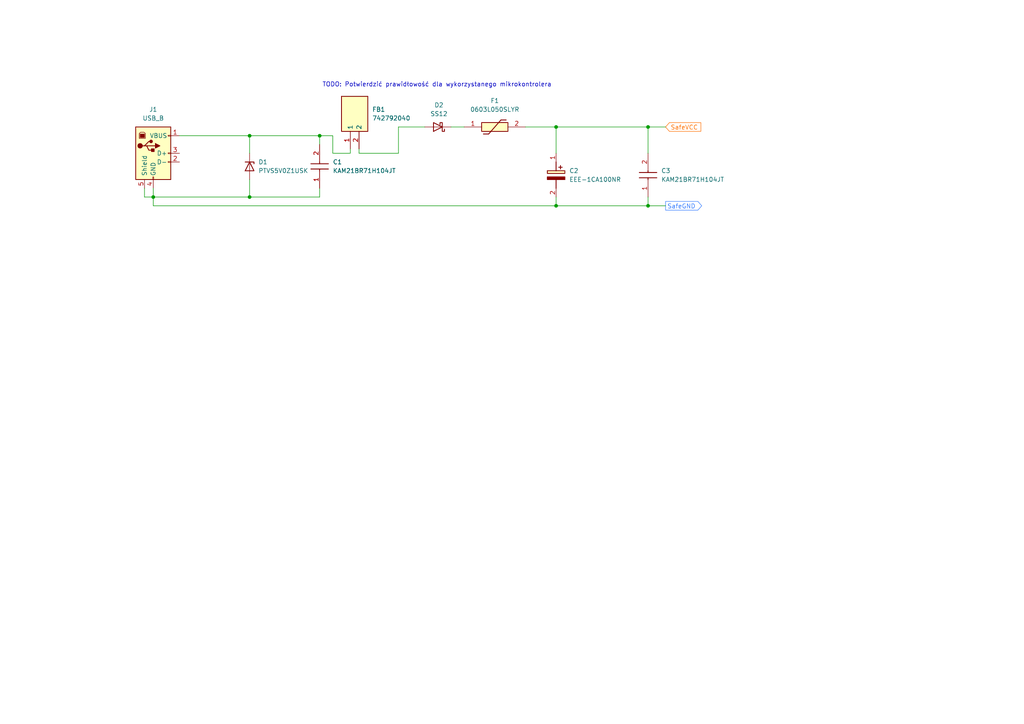
<source format=kicad_sch>
(kicad_sch (version 20250114) (generator "eeschema") (generator_version "9.0")
  (paper "A4")
  (title_block (title "ElectroChessboard") (company "Wojciech B") (comment 1 "Electronic chessboard") (comment 2 "Elektroniczna szachownica"))
  (lib_symbols
    (symbol "Connector:USB_B" (pin_names (offset 1.016))
      (property "Reference" "J" (at -5.08 11.43 0))
      (property "Value" "USB_B" (at -5.08 8.89 0))
      (symbol "USB_B_0_1"
        (rectangle (start -5.08 -7.62) (end 5.08 7.62) (stroke (width 0.254)) (fill (type background)))
        (polyline (pts (xy -4.064 4.318) (xy -2.286 4.318) (xy -2.286 5.715) (xy -2.667 6.096) (xy -3.683 6.096) (xy -4.064 5.715) (xy -4.064 4.318)))
        (rectangle (start -3.81 5.588) (end -2.54 4.572) (fill (type outline)))
        (circle (center -3.81 2.159) (radius 0.635) (stroke (width 0.254)) (fill (type outline)))
        (polyline (pts (xy -3.175 2.159) (xy -2.54 2.159) (xy -1.27 3.429) (xy -0.635 3.429)) (stroke (width 0.254)))
        (polyline (pts (xy -2.54 2.159) (xy -1.905 2.159) (xy -1.27 0.889) (xy 0 0.889)) (stroke (width 0.254)))
        (polyline (pts (xy -1.905 2.159) (xy 0.635 2.159)) (stroke (width 0.254)))
        (circle (center -0.635 3.429) (radius 0.381) (stroke (width 0.254)) (fill (type outline)))
        (rectangle (start -0.127 -7.62) (end 0.127 -6.858))
        (rectangle (start 0.254 1.27) (end -0.508 0.508) (stroke (width 0.254)) (fill (type outline)))
        (polyline (pts (xy 0.635 2.794) (xy 0.635 1.524) (xy 1.905 2.159) (xy 0.635 2.794)) (stroke (width 0.254)) (fill (type outline)))
        (rectangle (start 5.08 4.953) (end 4.318 5.207))
        (rectangle (start 5.08 -0.127) (end 4.318 0.127))
        (rectangle (start 5.08 -2.667) (end 4.318 -2.413))
      )
      (symbol "USB_B_1_1"
        (pin passive line (at -2.54 -10.16 90) (length 2.54) (name "Shield") (number "5"))
        (pin power_out line (at 0 -10.16 90) (length 2.54) (name "GND") (number "4"))
        (pin power_out line (at 7.62 5.08 180) (length 2.54) (name "VBUS") (number "1"))
        (pin bidirectional line (at 7.62 0 180) (length 2.54) (name "D+") (number "3"))
        (pin bidirectional line (at 7.62 -2.54 180) (length 2.54) (name "D-") (number "2"))
      )
    )
    (symbol "Diode:PTVS5V0Z1USK" (pin_numbers (hide yes)) (pin_names (hide yes))
      (property "Reference" "D" (at 0 2.54 0))
      (property "Value" "PTVS5V0Z1USK" (at 0 -2.54 0))
      (symbol "PTVS5V0Z1USK_0_1"
        (polyline (pts (xy -1.27 -1.27) (xy -1.27 1.27) (xy -0.762 1.27)) (stroke (width 0.254)))
        (polyline (pts (xy 1.27 0) (xy -1.27 0)))
        (polyline (pts (xy 1.27 -1.27) (xy 1.27 1.27) (xy -1.27 0) (xy 1.27 -1.27)) (stroke (width 0.254)))
      )
      (symbol "PTVS5V0Z1USK_1_1"
        (pin passive line (at -3.81 0 0) (length 2.54) (name "K") (number "1"))
        (pin passive line (at 3.81 0 180) (length 2.54) (name "A") (number "2"))
      )
    )
    (symbol "Diode:SS12" (pin_numbers (hide yes)) (pin_names (offset 1.016) (hide yes))
      (property "Reference" "D" (at 0 2.54 0))
      (property "Value" "SS12" (at 0 -2.54 0))
      (symbol "SS12_0_1"
        (polyline (pts (xy -1.905 0.635) (xy -1.905 1.27) (xy -1.27 1.27) (xy -1.27 -1.27) (xy -0.635 -1.27) (xy -0.635 -0.635)) (stroke (width 0.254)))
        (polyline (pts (xy 1.27 1.27) (xy 1.27 -1.27) (xy -1.27 0) (xy 1.27 1.27)) (stroke (width 0.254)))
        (polyline (pts (xy 1.27 0) (xy -1.27 0)))
      )
      (symbol "SS12_1_1"
        (pin passive line (at -3.81 0 0) (length 2.54) (name "K") (number "1"))
        (pin passive line (at 3.81 0 180) (length 2.54) (name "A") (number "2"))
      )
    )
    (symbol "SamacSys_Parts:0603L050SLYR" (pin_names (hide yes))
      (property "Reference" "F" (at 13.97 6.35 0))
      (property "Value" "0603L050SLYR" (at 13.97 3.81 0))
      (symbol "0603L050SLYR_1_1"
        (rectangle (start 5.08 1.27) (end 12.7 -1.27) (stroke (width 0.254)) (fill (type background)))
        (polyline (pts (xy 5.588 -2.032) (xy 7.112 -2.032)) (stroke (width 0.254)))
        (polyline (pts (xy 10.668 2.032) (xy 7.112 -2.032)) (stroke (width 0.254)))
        (polyline (pts (xy 10.668 2.032) (xy 12.192 2.032)) (stroke (width 0.254)))
        (pin passive line (at 0 0 0) (length 5.08) (name "1") (number "1"))
        (pin passive line (at 17.78 0 180) (length 5.08) (name "2") (number "2"))
      )
    )
    (symbol "SamacSys_Parts:742792040"
      (property "Reference" "FB" (at 16.51 7.62 0))
      (property "Value" "742792040" (at 16.51 5.08 0))
      (symbol "742792040_1_1"
        (rectangle (start 5.08 2.54) (end 15.24 -5.08) (stroke (width 0.254)) (fill (type background)))
        (pin passive line (at 0 0 0) (length 5.08) (name "1") (number "1"))
        (pin passive line (at 0 -2.54 0) (length 5.08) (name "2") (number "2"))
      )
    )
    (symbol "SamacSys_Parts:EEE-1CA100NR" (pin_names (hide yes))
      (property "Reference" "C" (at 8.89 6.35 0))
      (property "Value" "EEE-1CA100NR" (at 8.89 3.81 0))
      (symbol "EEE-1CA100NR_1_1"
        (polyline (pts (xy 2.54 0) (xy 5.08 0)) (stroke (width 0.254)))
        (polyline (pts (xy 4.064 1.778) (xy 4.064 0.762)) (stroke (width 0.254)))
        (polyline (pts (xy 4.572 1.27) (xy 3.556 1.27)) (stroke (width 0.254)))
        (rectangle (start 5.08 2.54) (end 5.842 -2.54) (stroke (width 0.254)) (fill (type background)))
        (polyline (pts (xy 7.62 2.54) (xy 7.62 -2.54) (xy 6.858 -2.54) (xy 6.858 2.54) (xy 7.62 2.54)) (stroke (width 0.254)) (fill (type outline)))
        (polyline (pts (xy 7.62 0) (xy 10.16 0)) (stroke (width 0.254)))
        (pin passive line (at 0 0 0) (length 2.54) (name "+") (number "1"))
        (pin passive line (at 12.7 0 180) (length 2.54) (name "-") (number "2"))
      )
    )
    (symbol "SamacSys_Parts:KAM21BR71H104JT" (pin_names (hide yes))
      (property "Reference" "C" (at 8.89 6.35 0))
      (property "Value" "KAM21BR71H104JT" (at 8.89 3.81 0))
      (symbol "KAM21BR71H104JT_1_1"
        (polyline (pts (xy 5.08 0) (xy 5.588 0)) (stroke (width 0.254)))
        (polyline (pts (xy 5.588 2.54) (xy 5.588 -2.54)) (stroke (width 0.254)))
        (polyline (pts (xy 7.112 2.54) (xy 7.112 -2.54)) (stroke (width 0.254)))
        (polyline (pts (xy 7.112 0) (xy 7.62 0)) (stroke (width 0.254)))
        (pin passive line (at 0 0 0) (length 5.08) (name "1") (number "1"))
        (pin passive line (at 12.7 0 180) (length 5.08) (name "2") (number "2"))
      )
    )
  )
  (text "TODO: Potwierdzić prawidłowość dla wykorzystanego mikrokontrolera" (at 93.472 24.638 0) (effects (font (size 1.27 1.27)) (justify left)))
  (junction (at 44.45 57.15))
  (junction (at 161.29 59.69))
  (junction (at 72.39 57.15))
  (junction (at 187.96 36.83))
  (junction (at 72.39 39.37))
  (junction (at 161.29 36.83))
  (junction (at 92.71 39.37))
  (junction (at 187.96 59.69))
  (wire (pts (xy 101.6 44.45) (xy 96.52 44.45)))
  (wire (pts (xy 187.96 59.69) (xy 193.04 59.69)))
  (wire (pts (xy 44.45 59.69) (xy 161.29 59.69)))
  (wire (pts (xy 41.91 57.15) (xy 44.45 57.15)))
  (wire (pts (xy 92.71 54.61) (xy 92.71 57.15)))
  (wire (pts (xy 115.57 36.83) (xy 123.19 36.83)))
  (wire (pts (xy 72.39 39.37) (xy 92.71 39.37)))
  (wire (pts (xy 187.96 36.83) (xy 193.04 36.83)))
  (wire (pts (xy 72.39 52.07) (xy 72.39 57.15)))
  (wire (pts (xy 72.39 57.15) (xy 92.71 57.15)))
  (wire (pts (xy 115.57 44.45) (xy 115.57 36.83)))
  (wire (pts (xy 72.39 39.37) (xy 72.39 44.45)))
  (wire (pts (xy 152.4 36.83) (xy 161.29 36.83)))
  (wire (pts (xy 44.45 54.61) (xy 44.45 57.15)))
  (wire (pts (xy 161.29 57.15) (xy 161.29 59.69)))
  (wire (pts (xy 96.52 39.37) (xy 92.71 39.37)))
  (wire (pts (xy 44.45 57.15) (xy 44.45 59.69)))
  (wire (pts (xy 161.29 36.83) (xy 187.96 36.83)))
  (wire (pts (xy 92.71 39.37) (xy 92.71 41.91)))
  (wire (pts (xy 187.96 59.69) (xy 187.96 57.15)))
  (wire (pts (xy 161.29 36.83) (xy 161.29 44.45)))
  (wire (pts (xy 130.81 36.83) (xy 134.62 36.83)))
  (wire (pts (xy 52.07 39.37) (xy 72.39 39.37)))
  (wire (pts (xy 101.6 43.18) (xy 101.6 44.45)))
  (wire (pts (xy 41.91 54.61) (xy 41.91 57.15)))
  (wire (pts (xy 104.14 43.18) (xy 104.14 44.45)))
  (wire (pts (xy 96.52 44.45) (xy 96.52 39.37)))
  (wire (pts (xy 187.96 36.83) (xy 187.96 44.45)))
  (wire (pts (xy 161.29 59.69) (xy 187.96 59.69)))
  (wire (pts (xy 44.45 57.15) (xy 72.39 57.15)))
  (wire (pts (xy 104.14 44.45) (xy 115.57 44.45)))
  (global_label "SafeVCC" (shape input) (at 193.04 36.83 0) (property "Intersheetrefs" "${INTERSHEET_REFS}" (effects (hide yes))))
  (global_label "SafeGND" (shape output) (at 193.04 59.69 0) (property "Intersheetrefs" "${INTERSHEET_REFS}" (effects (hide yes))))
  (symbol (lib_id "SamacSys_Parts:KAM21BR71H104JT") (at 187.96 57.15 90) (unit 1)
    (property "Reference" "C3" (at 191.77 49.5299 90) (effects (justify right)))
    (property "Value" "KAM21BR71H104JT" (at 191.77 52.0699 90) (effects (justify right)))
    (property "Footprint" "CAPC2012X94N" (effects (hide yes)))
    (property "Datasheet" "https://spicat.kyocera-avx.com/product/mlcc/chartview/KAM21BR71H104JT/DataSheet/X7R" (effects (hide yes)))
    (property "Description" "Multilayer Ceramic Capacitors MLCC - SMD/SMT 50V .1uF X7R 0805 5% AEC-Q200" (effects (hide yes)))
    (property "Height" "0.94" (effects (hide yes)))
    (property "Mouser Part Number" "581-KAM21BR71H104JT" (effects (hide yes)))
    (property "Mouser Price/Stock" "https://www.mouser.co.uk/ProductDetail/KYOCERA-AVX/KAM21BR71H104JT?qs=Jm2GQyTW%2Fbic6Zk4McEt6w%3D%3D" (effects (hide yes)))
    (property "Manufacturer_Name" "Kyocera AVX" (effects (hide yes)))
    (property "Manufacturer_Part_Number" "KAM21BR71H104JT" (effects (hide yes)))
  )
  (symbol (lib_id "Connector:USB_B") (at 44.45 44.45 0) (unit 1)
    (property "Reference" "J1" (at 44.45 31.75 0))
    (property "Value" "USB_B" (at 44.45 34.29 0))
    (property "Description" "USB Type B connector" (effects (hide yes)))
  )
  (symbol (lib_id "Diode:SS12") (at 127 36.83 180) (unit 1)
    (property "Reference" "D2" (at 127.3175 30.48 0))
    (property "Value" "SS12" (at 127.3175 33.02 0))
    (property "Footprint" "Diode_SMD:D_SMA" (effects (hide yes)))
    (property "Datasheet" "https://www.vishay.com/docs/88746/ss12.pdf" (effects (hide yes)))
    (property "Description" "20V 1A Schottky Diode, SMA" (effects (hide yes)))
  )
  (symbol (lib_id "SamacSys_Parts:EEE-1CA100NR") (at 161.29 44.45 270) (unit 1)
    (property "Reference" "C2" (at 165.1 49.5299 90) (effects (justify left)))
    (property "Value" "EEE-1CA100NR" (at 165.1 52.0699 90) (effects (justify left)))
    (property "Footprint" "EEE0GA101SR" (effects (hide yes)))
    (property "Datasheet" "http://industrial.panasonic.com/cdbs/www-data/pdf/RDE0000/ABA0000C1145.pdf" (effects (hide yes)))
    (property "Description" "Panasonic 10uF 16 V Aluminium Electrolytic Capacitor C, S(V) Series 2000h 5 x 5.4mm" (effects (hide yes)))
    (property "Height" "6.5" (effects (hide yes)))
    (property "Mouser Part Number" "667-EEE-1CA100NR" (effects (hide yes)))
    (property "Mouser Price/Stock" "https://www.mouser.co.uk/ProductDetail/Panasonic/EEE-1CA100NR?qs=GoZnPdyRfjYlgIxzPbPWTA%3D%3D" (effects (hide yes)))
    (property "Manufacturer_Name" "Panasonic" (effects (hide yes)))
    (property "Manufacturer_Part_Number" "EEE-1CA100NR" (effects (hide yes)))
  )
  (symbol (lib_id "Diode:PTVS5V0Z1USK") (at 72.39 48.26 270) (unit 1)
    (property "Reference" "D1" (at 74.93 46.9899 90) (effects (justify left)))
    (property "Value" "PTVS5V0Z1USK" (at 74.93 49.5299 90) (effects (justify left)))
    (property "Footprint" "Diode_SMD:Nexperia_DSN1608-2_1.6x0.8mm" (effects (hide yes)))
    (property "Datasheet" "https://assets.nexperia.com/documents/data-sheet/PTVS5V0Z1USK.pdf" (effects (hide yes)))
    (property "Description" "5V, 1200W TVS unidirectional diode, DSN1608-2" (effects (hide yes)))
  )
  (symbol (lib_id "SamacSys_Parts:KAM21BR71H104JT") (at 92.71 54.61 90) (unit 1)
    (property "Reference" "C1" (at 96.52 46.9899 90) (effects (justify right)))
    (property "Value" "KAM21BR71H104JT" (at 96.52 49.5299 90) (effects (justify right)))
    (property "Footprint" "CAPC2012X94N" (effects (hide yes)))
    (property "Datasheet" "https://spicat.kyocera-avx.com/product/mlcc/chartview/KAM21BR71H104JT/DataSheet/X7R" (effects (hide yes)))
    (property "Description" "Multilayer Ceramic Capacitors MLCC - SMD/SMT 50V .1uF X7R 0805 5% AEC-Q200" (effects (hide yes)))
    (property "Height" "0.94" (effects (hide yes)))
    (property "Mouser Part Number" "581-KAM21BR71H104JT" (effects (hide yes)))
    (property "Mouser Price/Stock" "https://www.mouser.co.uk/ProductDetail/KYOCERA-AVX/KAM21BR71H104JT?qs=Jm2GQyTW%2Fbic6Zk4McEt6w%3D%3D" (effects (hide yes)))
    (property "Manufacturer_Name" "Kyocera AVX" (effects (hide yes)))
    (property "Manufacturer_Part_Number" "KAM21BR71H104JT" (effects (hide yes)))
  )
  (symbol (lib_id "SamacSys_Parts:0603L050SLYR") (at 134.62 36.83 0) (unit 1)
    (property "Reference" "F1" (at 143.51 29.21 0))
    (property "Value" "0603L050SLYR" (at 143.51 31.75 0))
    (property "Footprint" "0603L050SLYR" (effects (hide yes)))
    (property "Datasheet" "https://m.littelfuse.com/~/media/electronics/datasheets/resettable_ptcs/littelfuse_ptc_lorho_datasheet.pdf.pdf" (effects (hide yes)))
    (property "Description" "Littelfuse 0.5A Resettable Surface Mount Fuse, 6V dc" (effects (hide yes)))
    (property "Height" "0.75" (effects (hide yes)))
    (property "Mouser Part Number" "576-0603L050SLYR" (effects (hide yes)))
    (property "Mouser Price/Stock" "https://www.mouser.co.uk/ProductDetail/Littelfuse/0603L050SLYR?qs=%252BPPFKVzHyALE6NerVow6aQ%3D%3D" (effects (hide yes)))
    (property "Manufacturer_Name" "LITTELFUSE" (effects (hide yes)))
    (property "Manufacturer_Part_Number" "0603L050SLYR" (effects (hide yes)))
  )
  (symbol (lib_id "SamacSys_Parts:742792040") (at 101.6 43.18 90) (unit 1)
    (property "Reference" "FB1" (at 107.95 31.7499 90) (effects (justify right)))
    (property "Value" "742792040" (at 107.95 34.2899 90) (effects (justify right)))
    (property "Footprint" "BEADC2012X110N" (effects (hide yes)))
    (property "Datasheet" "https://componentsearchengine.com/Datasheets/2/742792040.pdf" (effects (hide yes)))
    (property "Description" "WE-CBF Ferrite Bead 0805 600Ohm 2000mA WE-CBF Ferrite Bead 0805 600Ohm 2000mA" (effects (hide yes)))
    (property "Height" "1.1" (effects (hide yes)))
    (property "Mouser Part Number" "710-742792040" (effects (hide yes)))
    (property "Mouser Price/Stock" "https://www.mouser.co.uk/ProductDetail/Wurth-Elektronik/742792040?qs=5twSNpOB8IC97npq7FCZyA%3D%3D" (effects (hide yes)))
    (property "Manufacturer_Name" "Wurth Elektronik" (effects (hide yes)))
    (property "Manufacturer_Part_Number" "742792040" (effects (hide yes)))
  )
)
</source>
